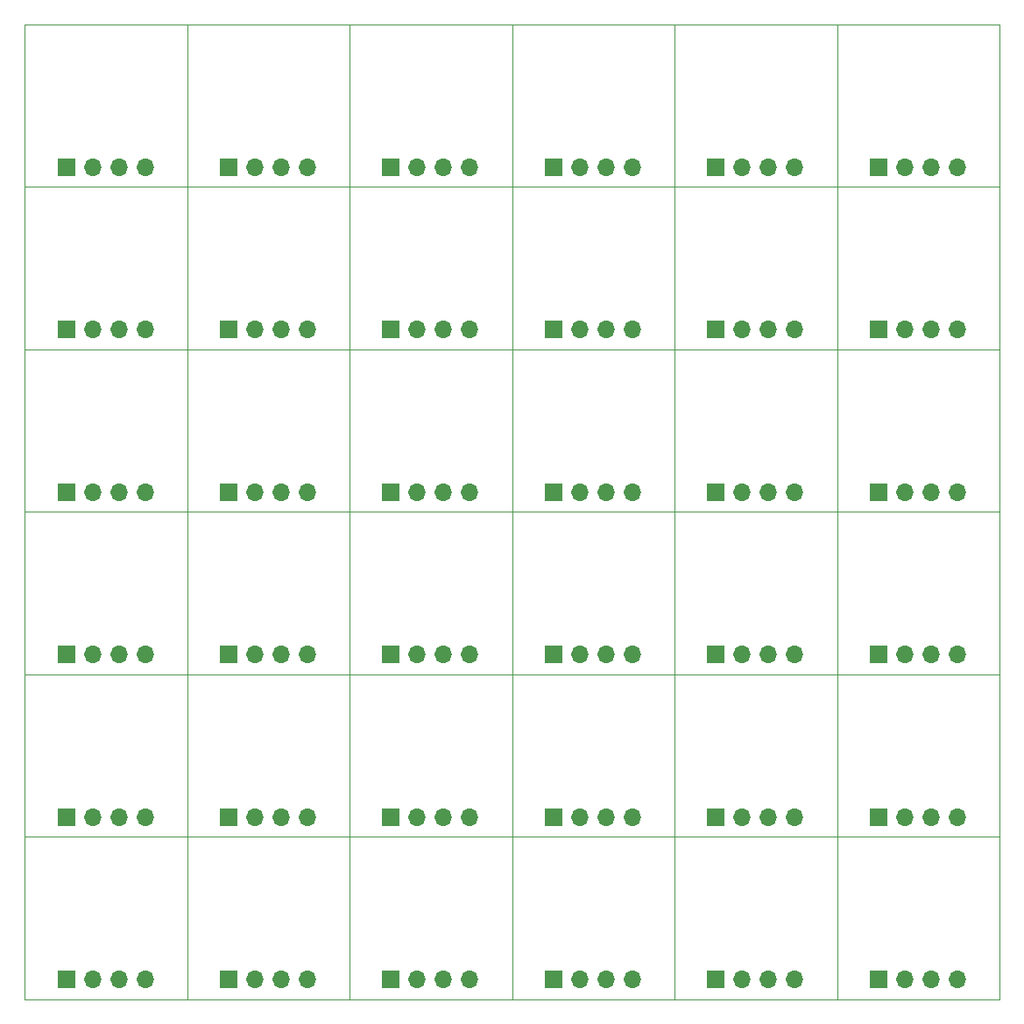
<source format=gbr>
%TF.GenerationSoftware,KiCad,Pcbnew,6.0.11-2627ca5db0~126~ubuntu20.04.1*%
%TF.CreationDate,2023-04-18T12:28:58-05:00*%
%TF.ProjectId,,58585858-5858-4585-9858-585858585858,rev?*%
%TF.SameCoordinates,Original*%
%TF.FileFunction,Soldermask,Bot*%
%TF.FilePolarity,Negative*%
%FSLAX46Y46*%
G04 Gerber Fmt 4.6, Leading zero omitted, Abs format (unit mm)*
G04 Created by KiCad (PCBNEW 6.0.11-2627ca5db0~126~ubuntu20.04.1) date 2023-04-18 12:28:58*
%MOMM*%
%LPD*%
G01*
G04 APERTURE LIST*
%TA.AperFunction,Profile*%
%ADD10C,0.100000*%
%TD*%
%ADD11R,1.700000X1.700000*%
%ADD12O,1.700000X1.700000*%
G04 APERTURE END LIST*
D10*
X178020000Y-126760000D02*
X178020000Y-142460000D01*
X162320000Y-126760000D02*
X162320000Y-142460000D01*
X162320000Y-142460000D02*
X178020000Y-142460000D01*
X162320000Y-126760000D02*
X178020000Y-126760000D01*
X162320000Y-126760000D02*
X162320000Y-142460000D01*
X146620000Y-126760000D02*
X146620000Y-142460000D01*
X146620000Y-142460000D02*
X162320000Y-142460000D01*
X146620000Y-126760000D02*
X162320000Y-126760000D01*
X146620000Y-126760000D02*
X146620000Y-142460000D01*
X130920000Y-126760000D02*
X130920000Y-142460000D01*
X130920000Y-142460000D02*
X146620000Y-142460000D01*
X130920000Y-126760000D02*
X146620000Y-126760000D01*
X130920000Y-126760000D02*
X130920000Y-142460000D01*
X115220000Y-126760000D02*
X115220000Y-142460000D01*
X115220000Y-142460000D02*
X130920000Y-142460000D01*
X115220000Y-126760000D02*
X130920000Y-126760000D01*
X115220000Y-126760000D02*
X115220000Y-142460000D01*
X99520000Y-126760000D02*
X99520000Y-142460000D01*
X99520000Y-142460000D02*
X115220000Y-142460000D01*
X99520000Y-126760000D02*
X115220000Y-126760000D01*
X99520000Y-126760000D02*
X99520000Y-142460000D01*
X83820000Y-126760000D02*
X83820000Y-142460000D01*
X83820000Y-142460000D02*
X99520000Y-142460000D01*
X83820000Y-126760000D02*
X99520000Y-126760000D01*
X178020000Y-111060000D02*
X178020000Y-126760000D01*
X162320000Y-111060000D02*
X162320000Y-126760000D01*
X162320000Y-126760000D02*
X178020000Y-126760000D01*
X162320000Y-111060000D02*
X178020000Y-111060000D01*
X162320000Y-111060000D02*
X162320000Y-126760000D01*
X146620000Y-111060000D02*
X146620000Y-126760000D01*
X146620000Y-126760000D02*
X162320000Y-126760000D01*
X146620000Y-111060000D02*
X162320000Y-111060000D01*
X146620000Y-111060000D02*
X146620000Y-126760000D01*
X130920000Y-111060000D02*
X130920000Y-126760000D01*
X130920000Y-126760000D02*
X146620000Y-126760000D01*
X130920000Y-111060000D02*
X146620000Y-111060000D01*
X130920000Y-111060000D02*
X130920000Y-126760000D01*
X115220000Y-111060000D02*
X115220000Y-126760000D01*
X115220000Y-126760000D02*
X130920000Y-126760000D01*
X115220000Y-111060000D02*
X130920000Y-111060000D01*
X115220000Y-111060000D02*
X115220000Y-126760000D01*
X99520000Y-111060000D02*
X99520000Y-126760000D01*
X99520000Y-126760000D02*
X115220000Y-126760000D01*
X99520000Y-111060000D02*
X115220000Y-111060000D01*
X99520000Y-111060000D02*
X99520000Y-126760000D01*
X83820000Y-111060000D02*
X83820000Y-126760000D01*
X83820000Y-126760000D02*
X99520000Y-126760000D01*
X83820000Y-111060000D02*
X99520000Y-111060000D01*
X178020000Y-95360000D02*
X178020000Y-111060000D01*
X162320000Y-95360000D02*
X162320000Y-111060000D01*
X162320000Y-111060000D02*
X178020000Y-111060000D01*
X162320000Y-95360000D02*
X178020000Y-95360000D01*
X162320000Y-95360000D02*
X162320000Y-111060000D01*
X146620000Y-95360000D02*
X146620000Y-111060000D01*
X146620000Y-111060000D02*
X162320000Y-111060000D01*
X146620000Y-95360000D02*
X162320000Y-95360000D01*
X146620000Y-95360000D02*
X146620000Y-111060000D01*
X130920000Y-95360000D02*
X130920000Y-111060000D01*
X130920000Y-111060000D02*
X146620000Y-111060000D01*
X130920000Y-95360000D02*
X146620000Y-95360000D01*
X130920000Y-95360000D02*
X130920000Y-111060000D01*
X115220000Y-95360000D02*
X115220000Y-111060000D01*
X115220000Y-111060000D02*
X130920000Y-111060000D01*
X115220000Y-95360000D02*
X130920000Y-95360000D01*
X115220000Y-95360000D02*
X115220000Y-111060000D01*
X99520000Y-95360000D02*
X99520000Y-111060000D01*
X99520000Y-111060000D02*
X115220000Y-111060000D01*
X99520000Y-95360000D02*
X115220000Y-95360000D01*
X99520000Y-95360000D02*
X99520000Y-111060000D01*
X83820000Y-95360000D02*
X83820000Y-111060000D01*
X83820000Y-111060000D02*
X99520000Y-111060000D01*
X83820000Y-95360000D02*
X99520000Y-95360000D01*
X178020000Y-79660000D02*
X178020000Y-95360000D01*
X162320000Y-79660000D02*
X162320000Y-95360000D01*
X162320000Y-95360000D02*
X178020000Y-95360000D01*
X162320000Y-79660000D02*
X178020000Y-79660000D01*
X162320000Y-79660000D02*
X162320000Y-95360000D01*
X146620000Y-79660000D02*
X146620000Y-95360000D01*
X146620000Y-95360000D02*
X162320000Y-95360000D01*
X146620000Y-79660000D02*
X162320000Y-79660000D01*
X146620000Y-79660000D02*
X146620000Y-95360000D01*
X130920000Y-79660000D02*
X130920000Y-95360000D01*
X130920000Y-95360000D02*
X146620000Y-95360000D01*
X130920000Y-79660000D02*
X146620000Y-79660000D01*
X130920000Y-79660000D02*
X130920000Y-95360000D01*
X115220000Y-79660000D02*
X115220000Y-95360000D01*
X115220000Y-95360000D02*
X130920000Y-95360000D01*
X115220000Y-79660000D02*
X130920000Y-79660000D01*
X115220000Y-79660000D02*
X115220000Y-95360000D01*
X99520000Y-79660000D02*
X99520000Y-95360000D01*
X99520000Y-95360000D02*
X115220000Y-95360000D01*
X99520000Y-79660000D02*
X115220000Y-79660000D01*
X99520000Y-79660000D02*
X99520000Y-95360000D01*
X83820000Y-79660000D02*
X83820000Y-95360000D01*
X83820000Y-95360000D02*
X99520000Y-95360000D01*
X83820000Y-79660000D02*
X99520000Y-79660000D01*
X178020000Y-63960000D02*
X178020000Y-79660000D01*
X162320000Y-63960000D02*
X162320000Y-79660000D01*
X162320000Y-79660000D02*
X178020000Y-79660000D01*
X162320000Y-63960000D02*
X178020000Y-63960000D01*
X162320000Y-63960000D02*
X162320000Y-79660000D01*
X146620000Y-63960000D02*
X146620000Y-79660000D01*
X146620000Y-79660000D02*
X162320000Y-79660000D01*
X146620000Y-63960000D02*
X162320000Y-63960000D01*
X146620000Y-63960000D02*
X146620000Y-79660000D01*
X130920000Y-63960000D02*
X130920000Y-79660000D01*
X130920000Y-79660000D02*
X146620000Y-79660000D01*
X130920000Y-63960000D02*
X146620000Y-63960000D01*
X130920000Y-63960000D02*
X130920000Y-79660000D01*
X115220000Y-63960000D02*
X115220000Y-79660000D01*
X115220000Y-79660000D02*
X130920000Y-79660000D01*
X115220000Y-63960000D02*
X130920000Y-63960000D01*
X115220000Y-63960000D02*
X115220000Y-79660000D01*
X99520000Y-63960000D02*
X99520000Y-79660000D01*
X99520000Y-79660000D02*
X115220000Y-79660000D01*
X99520000Y-63960000D02*
X115220000Y-63960000D01*
X99520000Y-63960000D02*
X99520000Y-79660000D01*
X83820000Y-63960000D02*
X83820000Y-79660000D01*
X83820000Y-79660000D02*
X99520000Y-79660000D01*
X83820000Y-63960000D02*
X99520000Y-63960000D01*
X178020000Y-48260000D02*
X178020000Y-63960000D01*
X162320000Y-48260000D02*
X162320000Y-63960000D01*
X162320000Y-63960000D02*
X178020000Y-63960000D01*
X162320000Y-48260000D02*
X178020000Y-48260000D01*
X162320000Y-48260000D02*
X162320000Y-63960000D01*
X146620000Y-48260000D02*
X146620000Y-63960000D01*
X146620000Y-63960000D02*
X162320000Y-63960000D01*
X146620000Y-48260000D02*
X162320000Y-48260000D01*
X146620000Y-48260000D02*
X146620000Y-63960000D01*
X130920000Y-48260000D02*
X130920000Y-63960000D01*
X130920000Y-63960000D02*
X146620000Y-63960000D01*
X130920000Y-48260000D02*
X146620000Y-48260000D01*
X130920000Y-48260000D02*
X130920000Y-63960000D01*
X115220000Y-48260000D02*
X115220000Y-63960000D01*
X115220000Y-63960000D02*
X130920000Y-63960000D01*
X115220000Y-48260000D02*
X130920000Y-48260000D01*
X115220000Y-48260000D02*
X115220000Y-63960000D01*
X99520000Y-48260000D02*
X99520000Y-63960000D01*
X99520000Y-63960000D02*
X115220000Y-63960000D01*
X99520000Y-48260000D02*
X115220000Y-48260000D01*
X99520000Y-48260000D02*
X99520000Y-63960000D01*
X83820000Y-48260000D02*
X83820000Y-63960000D01*
X83820000Y-48260000D02*
X99520000Y-48260000D01*
X83820000Y-63960000D02*
X99520000Y-63960000D01*
D11*
%TO.C,J1*%
X166307000Y-140560000D03*
D12*
X168847000Y-140560000D03*
X171387000Y-140560000D03*
X173927000Y-140560000D03*
%TD*%
D11*
%TO.C,J1*%
X150607000Y-140560000D03*
D12*
X153147000Y-140560000D03*
X155687000Y-140560000D03*
X158227000Y-140560000D03*
%TD*%
D11*
%TO.C,J1*%
X134907000Y-140560000D03*
D12*
X137447000Y-140560000D03*
X139987000Y-140560000D03*
X142527000Y-140560000D03*
%TD*%
D11*
%TO.C,J1*%
X119207000Y-140560000D03*
D12*
X121747000Y-140560000D03*
X124287000Y-140560000D03*
X126827000Y-140560000D03*
%TD*%
D11*
%TO.C,J1*%
X103507000Y-140560000D03*
D12*
X106047000Y-140560000D03*
X108587000Y-140560000D03*
X111127000Y-140560000D03*
%TD*%
D11*
%TO.C,J1*%
X87807000Y-140560000D03*
D12*
X90347000Y-140560000D03*
X92887000Y-140560000D03*
X95427000Y-140560000D03*
%TD*%
D11*
%TO.C,J1*%
X166307000Y-124860000D03*
D12*
X168847000Y-124860000D03*
X171387000Y-124860000D03*
X173927000Y-124860000D03*
%TD*%
D11*
%TO.C,J1*%
X150607000Y-124860000D03*
D12*
X153147000Y-124860000D03*
X155687000Y-124860000D03*
X158227000Y-124860000D03*
%TD*%
D11*
%TO.C,J1*%
X134907000Y-124860000D03*
D12*
X137447000Y-124860000D03*
X139987000Y-124860000D03*
X142527000Y-124860000D03*
%TD*%
D11*
%TO.C,J1*%
X119207000Y-124860000D03*
D12*
X121747000Y-124860000D03*
X124287000Y-124860000D03*
X126827000Y-124860000D03*
%TD*%
D11*
%TO.C,J1*%
X103507000Y-124860000D03*
D12*
X106047000Y-124860000D03*
X108587000Y-124860000D03*
X111127000Y-124860000D03*
%TD*%
D11*
%TO.C,J1*%
X87807000Y-124860000D03*
D12*
X90347000Y-124860000D03*
X92887000Y-124860000D03*
X95427000Y-124860000D03*
%TD*%
D11*
%TO.C,J1*%
X166307000Y-109160000D03*
D12*
X168847000Y-109160000D03*
X171387000Y-109160000D03*
X173927000Y-109160000D03*
%TD*%
D11*
%TO.C,J1*%
X150607000Y-109160000D03*
D12*
X153147000Y-109160000D03*
X155687000Y-109160000D03*
X158227000Y-109160000D03*
%TD*%
D11*
%TO.C,J1*%
X134907000Y-109160000D03*
D12*
X137447000Y-109160000D03*
X139987000Y-109160000D03*
X142527000Y-109160000D03*
%TD*%
D11*
%TO.C,J1*%
X119207000Y-109160000D03*
D12*
X121747000Y-109160000D03*
X124287000Y-109160000D03*
X126827000Y-109160000D03*
%TD*%
D11*
%TO.C,J1*%
X103507000Y-109160000D03*
D12*
X106047000Y-109160000D03*
X108587000Y-109160000D03*
X111127000Y-109160000D03*
%TD*%
D11*
%TO.C,J1*%
X87807000Y-109160000D03*
D12*
X90347000Y-109160000D03*
X92887000Y-109160000D03*
X95427000Y-109160000D03*
%TD*%
D11*
%TO.C,J1*%
X166307000Y-93460000D03*
D12*
X168847000Y-93460000D03*
X171387000Y-93460000D03*
X173927000Y-93460000D03*
%TD*%
D11*
%TO.C,J1*%
X150607000Y-93460000D03*
D12*
X153147000Y-93460000D03*
X155687000Y-93460000D03*
X158227000Y-93460000D03*
%TD*%
D11*
%TO.C,J1*%
X134907000Y-93460000D03*
D12*
X137447000Y-93460000D03*
X139987000Y-93460000D03*
X142527000Y-93460000D03*
%TD*%
D11*
%TO.C,J1*%
X119207000Y-93460000D03*
D12*
X121747000Y-93460000D03*
X124287000Y-93460000D03*
X126827000Y-93460000D03*
%TD*%
D11*
%TO.C,J1*%
X103507000Y-93460000D03*
D12*
X106047000Y-93460000D03*
X108587000Y-93460000D03*
X111127000Y-93460000D03*
%TD*%
D11*
%TO.C,J1*%
X87807000Y-93460000D03*
D12*
X90347000Y-93460000D03*
X92887000Y-93460000D03*
X95427000Y-93460000D03*
%TD*%
D11*
%TO.C,J1*%
X166307000Y-77760000D03*
D12*
X168847000Y-77760000D03*
X171387000Y-77760000D03*
X173927000Y-77760000D03*
%TD*%
D11*
%TO.C,J1*%
X150607000Y-77760000D03*
D12*
X153147000Y-77760000D03*
X155687000Y-77760000D03*
X158227000Y-77760000D03*
%TD*%
D11*
%TO.C,J1*%
X134907000Y-77760000D03*
D12*
X137447000Y-77760000D03*
X139987000Y-77760000D03*
X142527000Y-77760000D03*
%TD*%
D11*
%TO.C,J1*%
X119207000Y-77760000D03*
D12*
X121747000Y-77760000D03*
X124287000Y-77760000D03*
X126827000Y-77760000D03*
%TD*%
D11*
%TO.C,J1*%
X103507000Y-77760000D03*
D12*
X106047000Y-77760000D03*
X108587000Y-77760000D03*
X111127000Y-77760000D03*
%TD*%
D11*
%TO.C,J1*%
X87807000Y-77760000D03*
D12*
X90347000Y-77760000D03*
X92887000Y-77760000D03*
X95427000Y-77760000D03*
%TD*%
D11*
%TO.C,J1*%
X166307000Y-62060000D03*
D12*
X168847000Y-62060000D03*
X171387000Y-62060000D03*
X173927000Y-62060000D03*
%TD*%
D11*
%TO.C,J1*%
X150607000Y-62060000D03*
D12*
X153147000Y-62060000D03*
X155687000Y-62060000D03*
X158227000Y-62060000D03*
%TD*%
D11*
%TO.C,J1*%
X134907000Y-62060000D03*
D12*
X137447000Y-62060000D03*
X139987000Y-62060000D03*
X142527000Y-62060000D03*
%TD*%
D11*
%TO.C,J1*%
X119207000Y-62060000D03*
D12*
X121747000Y-62060000D03*
X124287000Y-62060000D03*
X126827000Y-62060000D03*
%TD*%
D11*
%TO.C,J1*%
X103507000Y-62060000D03*
D12*
X106047000Y-62060000D03*
X108587000Y-62060000D03*
X111127000Y-62060000D03*
%TD*%
D11*
%TO.C,J1*%
X87807000Y-62060000D03*
D12*
X90347000Y-62060000D03*
X92887000Y-62060000D03*
X95427000Y-62060000D03*
%TD*%
M02*

</source>
